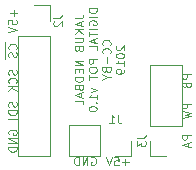
<source format=gbo>
G04 #@! TF.GenerationSoftware,KiCad,Pcbnew,5.1.2-f72e74a~84~ubuntu16.04.1*
G04 #@! TF.CreationDate,2019-07-19T18:16:20+01:00*
G04 #@! TF.ProjectId,DigitalPot,44696769-7461-46c5-906f-742e6b696361,rev?*
G04 #@! TF.SameCoordinates,Original*
G04 #@! TF.FileFunction,Legend,Bot*
G04 #@! TF.FilePolarity,Positive*
%FSLAX46Y46*%
G04 Gerber Fmt 4.6, Leading zero omitted, Abs format (unit mm)*
G04 Created by KiCad (PCBNEW 5.1.2-f72e74a~84~ubuntu16.04.1) date 2019-07-19 18:16:20*
%MOMM*%
%LPD*%
G04 APERTURE LIST*
%ADD10C,0.110000*%
%ADD11C,0.120000*%
G04 APERTURE END LIST*
D10*
X148498666Y-63556000D02*
X148998666Y-63556000D01*
X149098666Y-63522666D01*
X149165333Y-63456000D01*
X149198666Y-63356000D01*
X149198666Y-63289333D01*
X148998666Y-63856000D02*
X148998666Y-64189333D01*
X149198666Y-63789333D02*
X148498666Y-64022666D01*
X149198666Y-64256000D01*
X149198666Y-64489333D02*
X148498666Y-64489333D01*
X149198666Y-64889333D02*
X148798666Y-64589333D01*
X148498666Y-64889333D02*
X148898666Y-64489333D01*
X148498666Y-65189333D02*
X149065333Y-65189333D01*
X149132000Y-65222666D01*
X149165333Y-65256000D01*
X149198666Y-65322666D01*
X149198666Y-65456000D01*
X149165333Y-65522666D01*
X149132000Y-65556000D01*
X149065333Y-65589333D01*
X148498666Y-65589333D01*
X148832000Y-66156000D02*
X148865333Y-66256000D01*
X148898666Y-66289333D01*
X148965333Y-66322666D01*
X149065333Y-66322666D01*
X149132000Y-66289333D01*
X149165333Y-66256000D01*
X149198666Y-66189333D01*
X149198666Y-65922666D01*
X148498666Y-65922666D01*
X148498666Y-66156000D01*
X148532000Y-66222666D01*
X148565333Y-66256000D01*
X148632000Y-66289333D01*
X148698666Y-66289333D01*
X148765333Y-66256000D01*
X148798666Y-66222666D01*
X148832000Y-66156000D01*
X148832000Y-65922666D01*
X149198666Y-67156000D02*
X148498666Y-67156000D01*
X149198666Y-67556000D01*
X148498666Y-67556000D01*
X148832000Y-67889333D02*
X148832000Y-68122666D01*
X149198666Y-68222666D02*
X149198666Y-67889333D01*
X148498666Y-67889333D01*
X148498666Y-68222666D01*
X149198666Y-68522666D02*
X148498666Y-68522666D01*
X148498666Y-68689333D01*
X148532000Y-68789333D01*
X148598666Y-68856000D01*
X148665333Y-68889333D01*
X148798666Y-68922666D01*
X148898666Y-68922666D01*
X149032000Y-68889333D01*
X149098666Y-68856000D01*
X149165333Y-68789333D01*
X149198666Y-68689333D01*
X149198666Y-68522666D01*
X148832000Y-69456000D02*
X148865333Y-69556000D01*
X148898666Y-69589333D01*
X148965333Y-69622666D01*
X149065333Y-69622666D01*
X149132000Y-69589333D01*
X149165333Y-69556000D01*
X149198666Y-69489333D01*
X149198666Y-69222666D01*
X148498666Y-69222666D01*
X148498666Y-69456000D01*
X148532000Y-69522666D01*
X148565333Y-69556000D01*
X148632000Y-69589333D01*
X148698666Y-69589333D01*
X148765333Y-69556000D01*
X148798666Y-69522666D01*
X148832000Y-69456000D01*
X148832000Y-69222666D01*
X148998666Y-69889333D02*
X148998666Y-70222666D01*
X149198666Y-69822666D02*
X148498666Y-70056000D01*
X149198666Y-70289333D01*
X149198666Y-70856000D02*
X149198666Y-70522666D01*
X148498666Y-70522666D01*
X150358666Y-62722666D02*
X149658666Y-62722666D01*
X149658666Y-62889333D01*
X149692000Y-62989333D01*
X149758666Y-63056000D01*
X149825333Y-63089333D01*
X149958666Y-63122666D01*
X150058666Y-63122666D01*
X150192000Y-63089333D01*
X150258666Y-63056000D01*
X150325333Y-62989333D01*
X150358666Y-62889333D01*
X150358666Y-62722666D01*
X150358666Y-63422666D02*
X149658666Y-63422666D01*
X149692000Y-64122666D02*
X149658666Y-64056000D01*
X149658666Y-63956000D01*
X149692000Y-63856000D01*
X149758666Y-63789333D01*
X149825333Y-63756000D01*
X149958666Y-63722666D01*
X150058666Y-63722666D01*
X150192000Y-63756000D01*
X150258666Y-63789333D01*
X150325333Y-63856000D01*
X150358666Y-63956000D01*
X150358666Y-64022666D01*
X150325333Y-64122666D01*
X150292000Y-64156000D01*
X150058666Y-64156000D01*
X150058666Y-64022666D01*
X150358666Y-64456000D02*
X149658666Y-64456000D01*
X149658666Y-64689333D02*
X149658666Y-65089333D01*
X150358666Y-64889333D02*
X149658666Y-64889333D01*
X150158666Y-65289333D02*
X150158666Y-65622666D01*
X150358666Y-65222666D02*
X149658666Y-65456000D01*
X150358666Y-65689333D01*
X150358666Y-66256000D02*
X150358666Y-65922666D01*
X149658666Y-65922666D01*
X150358666Y-67022666D02*
X149658666Y-67022666D01*
X149658666Y-67289333D01*
X149692000Y-67356000D01*
X149725333Y-67389333D01*
X149792000Y-67422666D01*
X149892000Y-67422666D01*
X149958666Y-67389333D01*
X149992000Y-67356000D01*
X150025333Y-67289333D01*
X150025333Y-67022666D01*
X149658666Y-67856000D02*
X149658666Y-67989333D01*
X149692000Y-68056000D01*
X149758666Y-68122666D01*
X149892000Y-68156000D01*
X150125333Y-68156000D01*
X150258666Y-68122666D01*
X150325333Y-68056000D01*
X150358666Y-67989333D01*
X150358666Y-67856000D01*
X150325333Y-67789333D01*
X150258666Y-67722666D01*
X150125333Y-67689333D01*
X149892000Y-67689333D01*
X149758666Y-67722666D01*
X149692000Y-67789333D01*
X149658666Y-67856000D01*
X149658666Y-68356000D02*
X149658666Y-68756000D01*
X150358666Y-68556000D02*
X149658666Y-68556000D01*
X149892000Y-69456000D02*
X150358666Y-69622666D01*
X149892000Y-69789333D01*
X150358666Y-70422666D02*
X150358666Y-70022666D01*
X150358666Y-70222666D02*
X149658666Y-70222666D01*
X149758666Y-70156000D01*
X149825333Y-70089333D01*
X149858666Y-70022666D01*
X150292000Y-70722666D02*
X150325333Y-70756000D01*
X150358666Y-70722666D01*
X150325333Y-70689333D01*
X150292000Y-70722666D01*
X150358666Y-70722666D01*
X149658666Y-71189333D02*
X149658666Y-71256000D01*
X149692000Y-71322666D01*
X149725333Y-71356000D01*
X149792000Y-71389333D01*
X149925333Y-71422666D01*
X150092000Y-71422666D01*
X150225333Y-71389333D01*
X150292000Y-71356000D01*
X150325333Y-71322666D01*
X150358666Y-71256000D01*
X150358666Y-71189333D01*
X150325333Y-71122666D01*
X150292000Y-71089333D01*
X150225333Y-71056000D01*
X150092000Y-71022666D01*
X149925333Y-71022666D01*
X149792000Y-71056000D01*
X149725333Y-71089333D01*
X149692000Y-71122666D01*
X149658666Y-71189333D01*
X151452000Y-65839333D02*
X151485333Y-65806000D01*
X151518666Y-65706000D01*
X151518666Y-65639333D01*
X151485333Y-65539333D01*
X151418666Y-65472666D01*
X151352000Y-65439333D01*
X151218666Y-65406000D01*
X151118666Y-65406000D01*
X150985333Y-65439333D01*
X150918666Y-65472666D01*
X150852000Y-65539333D01*
X150818666Y-65639333D01*
X150818666Y-65706000D01*
X150852000Y-65806000D01*
X150885333Y-65839333D01*
X151452000Y-66539333D02*
X151485333Y-66506000D01*
X151518666Y-66406000D01*
X151518666Y-66339333D01*
X151485333Y-66239333D01*
X151418666Y-66172666D01*
X151352000Y-66139333D01*
X151218666Y-66106000D01*
X151118666Y-66106000D01*
X150985333Y-66139333D01*
X150918666Y-66172666D01*
X150852000Y-66239333D01*
X150818666Y-66339333D01*
X150818666Y-66406000D01*
X150852000Y-66506000D01*
X150885333Y-66539333D01*
X151252000Y-66839333D02*
X151252000Y-67372666D01*
X151152000Y-67939333D02*
X151185333Y-68039333D01*
X151218666Y-68072666D01*
X151285333Y-68106000D01*
X151385333Y-68106000D01*
X151452000Y-68072666D01*
X151485333Y-68039333D01*
X151518666Y-67972666D01*
X151518666Y-67706000D01*
X150818666Y-67706000D01*
X150818666Y-67939333D01*
X150852000Y-68006000D01*
X150885333Y-68039333D01*
X150952000Y-68072666D01*
X151018666Y-68072666D01*
X151085333Y-68039333D01*
X151118666Y-68006000D01*
X151152000Y-67939333D01*
X151152000Y-67706000D01*
X151185333Y-68539333D02*
X151518666Y-68539333D01*
X150818666Y-68306000D02*
X151185333Y-68539333D01*
X150818666Y-68772666D01*
X152045333Y-65856000D02*
X152012000Y-65889333D01*
X151978666Y-65956000D01*
X151978666Y-66122666D01*
X152012000Y-66189333D01*
X152045333Y-66222666D01*
X152112000Y-66256000D01*
X152178666Y-66256000D01*
X152278666Y-66222666D01*
X152678666Y-65822666D01*
X152678666Y-66256000D01*
X151978666Y-66689333D02*
X151978666Y-66756000D01*
X152012000Y-66822666D01*
X152045333Y-66856000D01*
X152112000Y-66889333D01*
X152245333Y-66922666D01*
X152412000Y-66922666D01*
X152545333Y-66889333D01*
X152612000Y-66856000D01*
X152645333Y-66822666D01*
X152678666Y-66756000D01*
X152678666Y-66689333D01*
X152645333Y-66622666D01*
X152612000Y-66589333D01*
X152545333Y-66556000D01*
X152412000Y-66522666D01*
X152245333Y-66522666D01*
X152112000Y-66556000D01*
X152045333Y-66589333D01*
X152012000Y-66622666D01*
X151978666Y-66689333D01*
X152678666Y-67589333D02*
X152678666Y-67189333D01*
X152678666Y-67389333D02*
X151978666Y-67389333D01*
X152078666Y-67322666D01*
X152145333Y-67256000D01*
X152178666Y-67189333D01*
X152678666Y-67922666D02*
X152678666Y-68056000D01*
X152645333Y-68122666D01*
X152612000Y-68156000D01*
X152512000Y-68222666D01*
X152378666Y-68256000D01*
X152112000Y-68256000D01*
X152045333Y-68222666D01*
X152012000Y-68189333D01*
X151978666Y-68122666D01*
X151978666Y-67989333D01*
X152012000Y-67922666D01*
X152045333Y-67889333D01*
X152112000Y-67856000D01*
X152278666Y-67856000D01*
X152345333Y-67889333D01*
X152378666Y-67922666D01*
X152412000Y-67989333D01*
X152412000Y-68122666D01*
X152378666Y-68189333D01*
X152345333Y-68222666D01*
X152278666Y-68256000D01*
X158304666Y-73430666D02*
X157604666Y-73430666D01*
X157604666Y-73697333D01*
X157638000Y-73764000D01*
X157671333Y-73797333D01*
X157738000Y-73830666D01*
X157838000Y-73830666D01*
X157904666Y-73797333D01*
X157938000Y-73764000D01*
X157971333Y-73697333D01*
X157971333Y-73430666D01*
X158104666Y-74097333D02*
X158104666Y-74430666D01*
X158304666Y-74030666D02*
X157604666Y-74264000D01*
X158304666Y-74497333D01*
X158304666Y-70790666D02*
X157604666Y-70790666D01*
X157604666Y-71057333D01*
X157638000Y-71124000D01*
X157671333Y-71157333D01*
X157738000Y-71190666D01*
X157838000Y-71190666D01*
X157904666Y-71157333D01*
X157938000Y-71124000D01*
X157971333Y-71057333D01*
X157971333Y-70790666D01*
X157604666Y-71424000D02*
X158304666Y-71590666D01*
X157804666Y-71724000D01*
X158304666Y-71857333D01*
X157604666Y-72024000D01*
X158304666Y-68300666D02*
X157604666Y-68300666D01*
X157604666Y-68567333D01*
X157638000Y-68634000D01*
X157671333Y-68667333D01*
X157738000Y-68700666D01*
X157838000Y-68700666D01*
X157904666Y-68667333D01*
X157938000Y-68634000D01*
X157971333Y-68567333D01*
X157971333Y-68300666D01*
X157938000Y-69234000D02*
X157971333Y-69334000D01*
X158004666Y-69367333D01*
X158071333Y-69400666D01*
X158171333Y-69400666D01*
X158238000Y-69367333D01*
X158271333Y-69334000D01*
X158304666Y-69267333D01*
X158304666Y-69000666D01*
X157604666Y-69000666D01*
X157604666Y-69234000D01*
X157638000Y-69300666D01*
X157671333Y-69334000D01*
X157738000Y-69367333D01*
X157804666Y-69367333D01*
X157871333Y-69334000D01*
X157904666Y-69300666D01*
X157938000Y-69234000D01*
X157938000Y-69000666D01*
X153046000Y-75742000D02*
X152512666Y-75742000D01*
X152779333Y-76008666D02*
X152779333Y-75475333D01*
X151846000Y-75308666D02*
X152179333Y-75308666D01*
X152212666Y-75642000D01*
X152179333Y-75608666D01*
X152112666Y-75575333D01*
X151946000Y-75575333D01*
X151879333Y-75608666D01*
X151846000Y-75642000D01*
X151812666Y-75708666D01*
X151812666Y-75875333D01*
X151846000Y-75942000D01*
X151879333Y-75975333D01*
X151946000Y-76008666D01*
X152112666Y-76008666D01*
X152179333Y-75975333D01*
X152212666Y-75942000D01*
X151612666Y-75308666D02*
X151379333Y-76008666D01*
X151146000Y-75308666D01*
X149885333Y-75342000D02*
X149952000Y-75308666D01*
X150052000Y-75308666D01*
X150152000Y-75342000D01*
X150218666Y-75408666D01*
X150252000Y-75475333D01*
X150285333Y-75608666D01*
X150285333Y-75708666D01*
X150252000Y-75842000D01*
X150218666Y-75908666D01*
X150152000Y-75975333D01*
X150052000Y-76008666D01*
X149985333Y-76008666D01*
X149885333Y-75975333D01*
X149852000Y-75942000D01*
X149852000Y-75708666D01*
X149985333Y-75708666D01*
X149552000Y-76008666D02*
X149552000Y-75308666D01*
X149152000Y-76008666D01*
X149152000Y-75308666D01*
X148818666Y-76008666D02*
X148818666Y-75308666D01*
X148652000Y-75308666D01*
X148552000Y-75342000D01*
X148485333Y-75408666D01*
X148452000Y-75475333D01*
X148418666Y-75608666D01*
X148418666Y-75708666D01*
X148452000Y-75842000D01*
X148485333Y-75908666D01*
X148552000Y-75975333D01*
X148652000Y-76008666D01*
X148818666Y-76008666D01*
X142906000Y-73380666D02*
X142872666Y-73314000D01*
X142872666Y-73214000D01*
X142906000Y-73114000D01*
X142972666Y-73047333D01*
X143039333Y-73014000D01*
X143172666Y-72980666D01*
X143272666Y-72980666D01*
X143406000Y-73014000D01*
X143472666Y-73047333D01*
X143539333Y-73114000D01*
X143572666Y-73214000D01*
X143572666Y-73280666D01*
X143539333Y-73380666D01*
X143506000Y-73414000D01*
X143272666Y-73414000D01*
X143272666Y-73280666D01*
X143572666Y-73714000D02*
X142872666Y-73714000D01*
X143572666Y-74114000D01*
X142872666Y-74114000D01*
X143572666Y-74447333D02*
X142872666Y-74447333D01*
X142872666Y-74614000D01*
X142906000Y-74714000D01*
X142972666Y-74780666D01*
X143039333Y-74814000D01*
X143172666Y-74847333D01*
X143272666Y-74847333D01*
X143406000Y-74814000D01*
X143472666Y-74780666D01*
X143539333Y-74714000D01*
X143572666Y-74614000D01*
X143572666Y-74447333D01*
X143539333Y-70657333D02*
X143572666Y-70757333D01*
X143572666Y-70924000D01*
X143539333Y-70990666D01*
X143506000Y-71024000D01*
X143439333Y-71057333D01*
X143372666Y-71057333D01*
X143306000Y-71024000D01*
X143272666Y-70990666D01*
X143239333Y-70924000D01*
X143206000Y-70790666D01*
X143172666Y-70724000D01*
X143139333Y-70690666D01*
X143072666Y-70657333D01*
X143006000Y-70657333D01*
X142939333Y-70690666D01*
X142906000Y-70724000D01*
X142872666Y-70790666D01*
X142872666Y-70957333D01*
X142906000Y-71057333D01*
X143572666Y-71357333D02*
X142872666Y-71357333D01*
X142872666Y-71524000D01*
X142906000Y-71624000D01*
X142972666Y-71690666D01*
X143039333Y-71724000D01*
X143172666Y-71757333D01*
X143272666Y-71757333D01*
X143406000Y-71724000D01*
X143472666Y-71690666D01*
X143539333Y-71624000D01*
X143572666Y-71524000D01*
X143572666Y-71357333D01*
X143572666Y-72057333D02*
X142872666Y-72057333D01*
X143539333Y-67934000D02*
X143572666Y-68034000D01*
X143572666Y-68200666D01*
X143539333Y-68267333D01*
X143506000Y-68300666D01*
X143439333Y-68334000D01*
X143372666Y-68334000D01*
X143306000Y-68300666D01*
X143272666Y-68267333D01*
X143239333Y-68200666D01*
X143206000Y-68067333D01*
X143172666Y-68000666D01*
X143139333Y-67967333D01*
X143072666Y-67934000D01*
X143006000Y-67934000D01*
X142939333Y-67967333D01*
X142906000Y-68000666D01*
X142872666Y-68067333D01*
X142872666Y-68234000D01*
X142906000Y-68334000D01*
X143506000Y-69034000D02*
X143539333Y-69000666D01*
X143572666Y-68900666D01*
X143572666Y-68834000D01*
X143539333Y-68734000D01*
X143472666Y-68667333D01*
X143406000Y-68634000D01*
X143272666Y-68600666D01*
X143172666Y-68600666D01*
X143039333Y-68634000D01*
X142972666Y-68667333D01*
X142906000Y-68734000D01*
X142872666Y-68834000D01*
X142872666Y-68900666D01*
X142906000Y-69000666D01*
X142939333Y-69034000D01*
X143572666Y-69334000D02*
X142872666Y-69334000D01*
X143572666Y-69734000D02*
X143172666Y-69434000D01*
X142872666Y-69734000D02*
X143272666Y-69334000D01*
X142609000Y-65610666D02*
X142609000Y-66310666D01*
X143506000Y-66177333D02*
X143539333Y-66144000D01*
X143572666Y-66044000D01*
X143572666Y-65977333D01*
X143539333Y-65877333D01*
X143472666Y-65810666D01*
X143406000Y-65777333D01*
X143272666Y-65744000D01*
X143172666Y-65744000D01*
X143039333Y-65777333D01*
X142972666Y-65810666D01*
X142906000Y-65877333D01*
X142872666Y-65977333D01*
X142872666Y-66044000D01*
X142906000Y-66144000D01*
X142939333Y-66177333D01*
X142609000Y-66310666D02*
X142609000Y-66977333D01*
X143539333Y-66444000D02*
X143572666Y-66544000D01*
X143572666Y-66710666D01*
X143539333Y-66777333D01*
X143506000Y-66810666D01*
X143439333Y-66844000D01*
X143372666Y-66844000D01*
X143306000Y-66810666D01*
X143272666Y-66777333D01*
X143239333Y-66710666D01*
X143206000Y-66577333D01*
X143172666Y-66510666D01*
X143139333Y-66477333D01*
X143072666Y-66444000D01*
X143006000Y-66444000D01*
X142939333Y-66477333D01*
X142906000Y-66510666D01*
X142872666Y-66577333D01*
X142872666Y-66744000D01*
X142906000Y-66844000D01*
X143306000Y-62854000D02*
X143306000Y-63387333D01*
X143572666Y-63120666D02*
X143039333Y-63120666D01*
X142872666Y-64054000D02*
X142872666Y-63720666D01*
X143206000Y-63687333D01*
X143172666Y-63720666D01*
X143139333Y-63787333D01*
X143139333Y-63954000D01*
X143172666Y-64020666D01*
X143206000Y-64054000D01*
X143272666Y-64087333D01*
X143439333Y-64087333D01*
X143506000Y-64054000D01*
X143539333Y-64020666D01*
X143572666Y-63954000D01*
X143572666Y-63787333D01*
X143539333Y-63720666D01*
X143506000Y-63687333D01*
X142872666Y-64287333D02*
X143572666Y-64520666D01*
X142872666Y-64754000D01*
D11*
X148022000Y-75244000D02*
X148022000Y-72584000D01*
X150622000Y-75244000D02*
X148022000Y-75244000D01*
X150622000Y-72584000D02*
X148022000Y-72584000D01*
X150622000Y-75244000D02*
X150622000Y-72584000D01*
X151892000Y-75244000D02*
X153222000Y-75244000D01*
X153222000Y-75244000D02*
X153222000Y-73914000D01*
X146364000Y-75244000D02*
X143704000Y-75244000D01*
X146364000Y-65024000D02*
X146364000Y-75244000D01*
X143704000Y-65024000D02*
X143704000Y-75244000D01*
X146364000Y-65024000D02*
X143704000Y-65024000D01*
X146364000Y-63754000D02*
X146364000Y-62424000D01*
X146364000Y-62424000D02*
X145034000Y-62424000D01*
X154880000Y-67504000D02*
X157540000Y-67504000D01*
X154880000Y-72644000D02*
X154880000Y-67504000D01*
X157540000Y-72644000D02*
X157540000Y-67504000D01*
X154880000Y-72644000D02*
X157540000Y-72644000D01*
X154880000Y-73914000D02*
X154880000Y-75244000D01*
X154880000Y-75244000D02*
X156210000Y-75244000D01*
D10*
X152125333Y-71752666D02*
X152125333Y-72252666D01*
X152158666Y-72352666D01*
X152225333Y-72419333D01*
X152325333Y-72452666D01*
X152392000Y-72452666D01*
X151425333Y-72452666D02*
X151825333Y-72452666D01*
X151625333Y-72452666D02*
X151625333Y-71752666D01*
X151692000Y-71852666D01*
X151758666Y-71919333D01*
X151825333Y-71952666D01*
X146682666Y-63520666D02*
X147182666Y-63520666D01*
X147282666Y-63487333D01*
X147349333Y-63420666D01*
X147382666Y-63320666D01*
X147382666Y-63254000D01*
X146749333Y-63820666D02*
X146716000Y-63854000D01*
X146682666Y-63920666D01*
X146682666Y-64087333D01*
X146716000Y-64154000D01*
X146749333Y-64187333D01*
X146816000Y-64220666D01*
X146882666Y-64220666D01*
X146982666Y-64187333D01*
X147382666Y-63787333D01*
X147382666Y-64220666D01*
X153794666Y-73680666D02*
X154294666Y-73680666D01*
X154394666Y-73647333D01*
X154461333Y-73580666D01*
X154494666Y-73480666D01*
X154494666Y-73414000D01*
X153794666Y-73947333D02*
X153794666Y-74380666D01*
X154061333Y-74147333D01*
X154061333Y-74247333D01*
X154094666Y-74314000D01*
X154128000Y-74347333D01*
X154194666Y-74380666D01*
X154361333Y-74380666D01*
X154428000Y-74347333D01*
X154461333Y-74314000D01*
X154494666Y-74247333D01*
X154494666Y-74047333D01*
X154461333Y-73980666D01*
X154428000Y-73947333D01*
M02*

</source>
